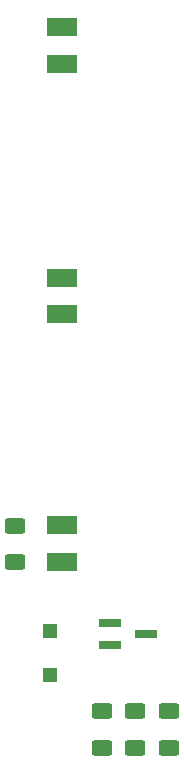
<source format=gtp>
G04 #@! TF.GenerationSoftware,KiCad,Pcbnew,6.0.11-2627ca5db0~126~ubuntu22.04.1*
G04 #@! TF.CreationDate,2023-11-05T13:12:04+01:00*
G04 #@! TF.ProjectId,CC_LED_Driver,43435f4c-4544-45f4-9472-697665722e6b,rev?*
G04 #@! TF.SameCoordinates,Original*
G04 #@! TF.FileFunction,Paste,Top*
G04 #@! TF.FilePolarity,Positive*
%FSLAX46Y46*%
G04 Gerber Fmt 4.6, Leading zero omitted, Abs format (unit mm)*
G04 Created by KiCad (PCBNEW 6.0.11-2627ca5db0~126~ubuntu22.04.1) date 2023-11-05 13:12:04*
%MOMM*%
%LPD*%
G01*
G04 APERTURE LIST*
G04 Aperture macros list*
%AMRoundRect*
0 Rectangle with rounded corners*
0 $1 Rounding radius*
0 $2 $3 $4 $5 $6 $7 $8 $9 X,Y pos of 4 corners*
0 Add a 4 corners polygon primitive as box body*
4,1,4,$2,$3,$4,$5,$6,$7,$8,$9,$2,$3,0*
0 Add four circle primitives for the rounded corners*
1,1,$1+$1,$2,$3*
1,1,$1+$1,$4,$5*
1,1,$1+$1,$6,$7*
1,1,$1+$1,$8,$9*
0 Add four rect primitives between the rounded corners*
20,1,$1+$1,$2,$3,$4,$5,0*
20,1,$1+$1,$4,$5,$6,$7,0*
20,1,$1+$1,$6,$7,$8,$9,0*
20,1,$1+$1,$8,$9,$2,$3,0*%
G04 Aperture macros list end*
%ADD10RoundRect,0.250000X-0.625000X0.400000X-0.625000X-0.400000X0.625000X-0.400000X0.625000X0.400000X0*%
%ADD11R,1.900000X0.800000*%
%ADD12R,2.600000X1.500000*%
%ADD13R,1.200000X1.300000*%
G04 APERTURE END LIST*
D10*
X128900000Y-138150000D03*
X128900000Y-141250000D03*
D11*
X129600000Y-130650000D03*
X129600000Y-132550000D03*
X132600000Y-131600000D03*
D12*
X125500000Y-83350000D03*
X125500000Y-80250000D03*
D10*
X131700000Y-138150000D03*
X131700000Y-141250000D03*
D12*
X125500000Y-104550000D03*
X125500000Y-101450000D03*
X125500000Y-125500000D03*
X125500000Y-122400000D03*
D13*
X124500000Y-131350000D03*
X124500000Y-135050000D03*
D10*
X134600000Y-138150000D03*
X134600000Y-141250000D03*
X121500000Y-122450000D03*
X121500000Y-125550000D03*
M02*

</source>
